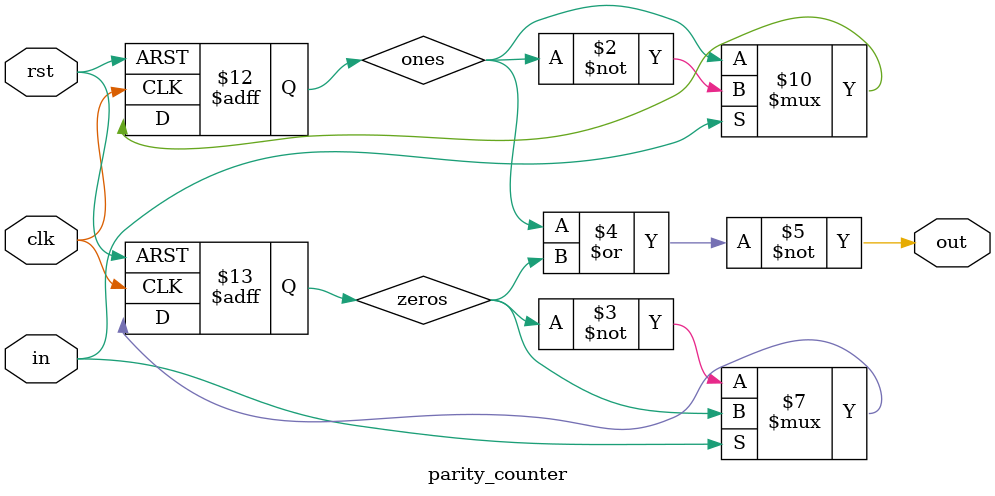
<source format=v>
module parity_counter(output reg out, input clk,rst,in);
	reg ones,zeros;
	always @(posedge clk or posedge rst) begin
		if (rst) begin
			ones <= 0;
			zeros <= 0;
		end
		else begin
			if (in) ones <= ~ones;
			else zeros <= ~zeros;
		end
	end
	assign out = ones ~| zeros;
endmodule
</source>
